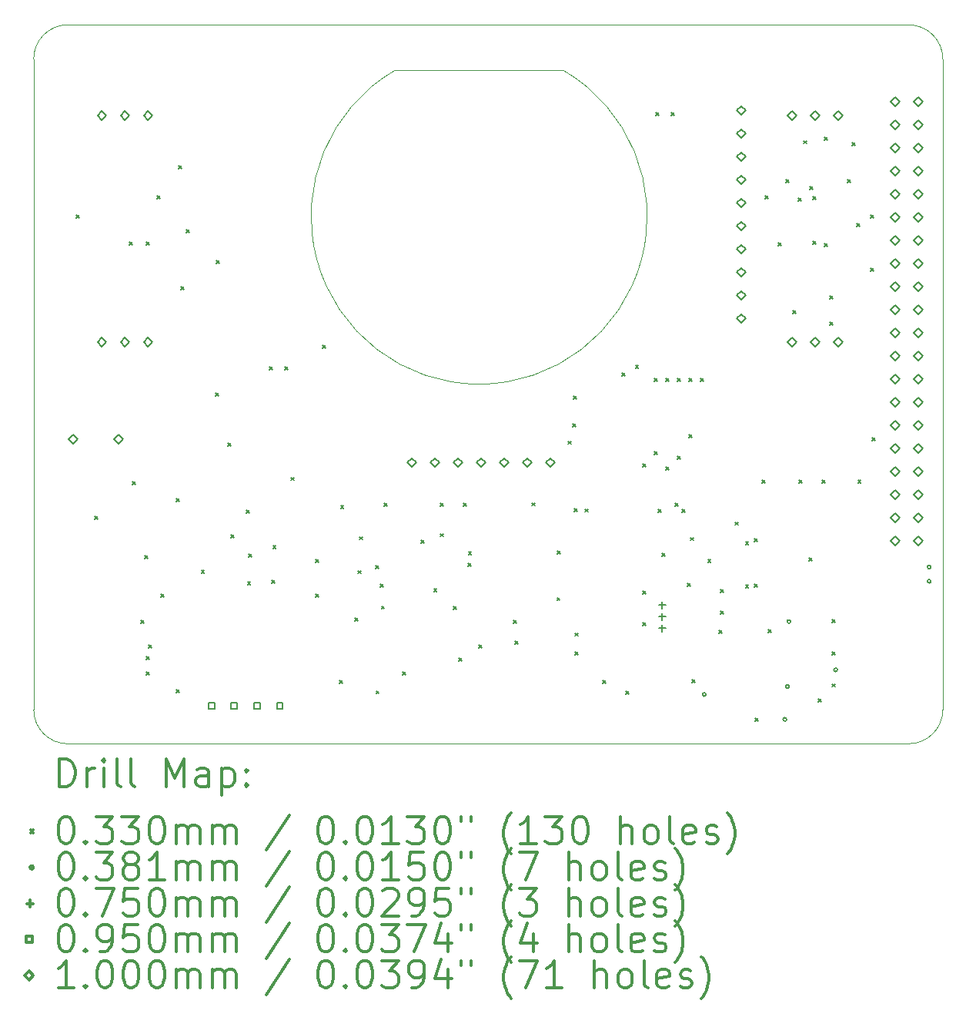
<source format=gbr>
%FSLAX45Y45*%
G04 Gerber Fmt 4.5, Leading zero omitted, Abs format (unit mm)*
G04 Created by KiCad (PCBNEW 5.99.0+really5.1.12+dfsg1-1) date 2022-01-12 10:46:13*
%MOMM*%
%LPD*%
G01*
G04 APERTURE LIST*
%TA.AperFunction,Profile*%
%ADD10C,0.050000*%
%TD*%
%ADD11C,0.200000*%
%ADD12C,0.300000*%
G04 APERTURE END LIST*
D10*
X13974064Y-5500000D02*
X15825396Y-5499688D01*
X15825396Y-5499688D02*
G75*
G02*
X13974064Y-5500000I-925397J-1600312D01*
G01*
X10000000Y-5375000D02*
G75*
G02*
X10375000Y-5000000I375000J0D01*
G01*
X19625000Y-5000000D02*
G75*
G02*
X20000000Y-5375000I0J-375000D01*
G01*
X20000000Y-12525000D02*
G75*
G02*
X19625000Y-12900000I-375000J0D01*
G01*
X10375000Y-12900000D02*
G75*
G02*
X10000000Y-12525000I0J375000D01*
G01*
X10375000Y-12900000D02*
X19625000Y-12900000D01*
X20000000Y-5375000D02*
X20000000Y-12525000D01*
X10375000Y-5000000D02*
X19625000Y-5000000D01*
X10000000Y-5375000D02*
X10000000Y-12525000D01*
D11*
X10467490Y-7089290D02*
X10500510Y-7122310D01*
X10500510Y-7089290D02*
X10467490Y-7122310D01*
X10670540Y-10403840D02*
X10703560Y-10436860D01*
X10703560Y-10403840D02*
X10670540Y-10436860D01*
X11051540Y-7387590D02*
X11084560Y-7420610D01*
X11084560Y-7387590D02*
X11051540Y-7420610D01*
X11085322Y-10021062D02*
X11118342Y-10054082D01*
X11118342Y-10021062D02*
X11085322Y-10054082D01*
X11179810Y-11540490D02*
X11212830Y-11573510D01*
X11212830Y-11540490D02*
X11179810Y-11573510D01*
X11222990Y-10835640D02*
X11256010Y-10868660D01*
X11256010Y-10835640D02*
X11222990Y-10868660D01*
X11235690Y-7387590D02*
X11268710Y-7420610D01*
X11268710Y-7387590D02*
X11235690Y-7420610D01*
X11238230Y-11941810D02*
X11271250Y-11974830D01*
X11271250Y-11941810D02*
X11238230Y-11974830D01*
X11238390Y-12111990D02*
X11271410Y-12145010D01*
X11271410Y-12111990D02*
X11238390Y-12145010D01*
X11266170Y-11817350D02*
X11299190Y-11850370D01*
X11299190Y-11817350D02*
X11266170Y-11850370D01*
X11356340Y-6879590D02*
X11389360Y-6912610D01*
X11389360Y-6879590D02*
X11356340Y-6912610D01*
X11401298Y-11257533D02*
X11434318Y-11290553D01*
X11434318Y-11257533D02*
X11401298Y-11290553D01*
X11568430Y-12307570D02*
X11601450Y-12340590D01*
X11601450Y-12307570D02*
X11568430Y-12340590D01*
X11571478Y-10208006D02*
X11604498Y-10241026D01*
X11604498Y-10208006D02*
X11571478Y-10241026D01*
X11591540Y-6549640D02*
X11624560Y-6582660D01*
X11624560Y-6549640D02*
X11591540Y-6582660D01*
X11616690Y-7876540D02*
X11649710Y-7909560D01*
X11649710Y-7876540D02*
X11616690Y-7909560D01*
X11680190Y-7247890D02*
X11713210Y-7280910D01*
X11713210Y-7247890D02*
X11680190Y-7280910D01*
X11844020Y-10990580D02*
X11877040Y-11023600D01*
X11877040Y-10990580D02*
X11844020Y-11023600D01*
X12004040Y-9044940D02*
X12037060Y-9077960D01*
X12037060Y-9044940D02*
X12004040Y-9077960D01*
X12010390Y-7590790D02*
X12043410Y-7623810D01*
X12043410Y-7590790D02*
X12010390Y-7623810D01*
X12137390Y-9597390D02*
X12170410Y-9630410D01*
X12170410Y-9597390D02*
X12137390Y-9630410D01*
X12169140Y-10607040D02*
X12202160Y-10640060D01*
X12202160Y-10607040D02*
X12169140Y-10640060D01*
X12336018Y-10332466D02*
X12369038Y-10365486D01*
X12369038Y-10332466D02*
X12336018Y-10365486D01*
X12352020Y-11122660D02*
X12385040Y-11155680D01*
X12385040Y-11122660D02*
X12352020Y-11155680D01*
X12362180Y-10812780D02*
X12395200Y-10845800D01*
X12395200Y-10812780D02*
X12362180Y-10845800D01*
X12594590Y-8759190D02*
X12627610Y-8792210D01*
X12627610Y-8759190D02*
X12594590Y-8792210D01*
X12621260Y-11102340D02*
X12654280Y-11135360D01*
X12654280Y-11102340D02*
X12621260Y-11135360D01*
X12631420Y-10721340D02*
X12664440Y-10754360D01*
X12664440Y-10721340D02*
X12631420Y-10754360D01*
X12759690Y-8759190D02*
X12792710Y-8792210D01*
X12792710Y-8759190D02*
X12759690Y-8792210D01*
X12826746Y-9972802D02*
X12859766Y-10005822D01*
X12859766Y-9972802D02*
X12826746Y-10005822D01*
X13098780Y-10873740D02*
X13131800Y-10906760D01*
X13131800Y-10873740D02*
X13098780Y-10906760D01*
X13100050Y-11258550D02*
X13133070Y-11291570D01*
X13133070Y-11258550D02*
X13100050Y-11291570D01*
X13178790Y-8524240D02*
X13211810Y-8557260D01*
X13211810Y-8524240D02*
X13178790Y-8557260D01*
X13360400Y-12207240D02*
X13393420Y-12240260D01*
X13393420Y-12207240D02*
X13360400Y-12240260D01*
X13376402Y-10278618D02*
X13409422Y-10311638D01*
X13409422Y-10278618D02*
X13376402Y-10311638D01*
X13531850Y-11515090D02*
X13564870Y-11548110D01*
X13564870Y-11515090D02*
X13531850Y-11548110D01*
X13563400Y-10996931D02*
X13596420Y-11029951D01*
X13596420Y-10996931D02*
X13563400Y-11029951D01*
X13586460Y-10624820D02*
X13619480Y-10657840D01*
X13619480Y-10624820D02*
X13586460Y-10657840D01*
X13764260Y-10939780D02*
X13797280Y-10972800D01*
X13797280Y-10939780D02*
X13764260Y-10972800D01*
X13765530Y-12317730D02*
X13798550Y-12350750D01*
X13798550Y-12317730D02*
X13765530Y-12350750D01*
X13811250Y-11146790D02*
X13844270Y-11179810D01*
X13844270Y-11146790D02*
X13811250Y-11179810D01*
X13825220Y-11386820D02*
X13858240Y-11419840D01*
X13858240Y-11386820D02*
X13825220Y-11419840D01*
X13854430Y-10255250D02*
X13887450Y-10288270D01*
X13887450Y-10255250D02*
X13854430Y-10288270D01*
X14055090Y-12111990D02*
X14088110Y-12145010D01*
X14088110Y-12111990D02*
X14055090Y-12145010D01*
X14262862Y-10666222D02*
X14295882Y-10699242D01*
X14295882Y-10666222D02*
X14262862Y-10699242D01*
X14400530Y-11197590D02*
X14433550Y-11230610D01*
X14433550Y-11197590D02*
X14400530Y-11230610D01*
X14471904Y-10253980D02*
X14504924Y-10287000D01*
X14504924Y-10253980D02*
X14471904Y-10287000D01*
X14472666Y-10590530D02*
X14505686Y-10623550D01*
X14505686Y-10590530D02*
X14472666Y-10623550D01*
X14616430Y-11393170D02*
X14649450Y-11426190D01*
X14649450Y-11393170D02*
X14616430Y-11426190D01*
X14677390Y-11959590D02*
X14710410Y-11992610D01*
X14710410Y-11959590D02*
X14677390Y-11992610D01*
X14728190Y-10252710D02*
X14761210Y-10285730D01*
X14761210Y-10252710D02*
X14728190Y-10285730D01*
X14773910Y-10915650D02*
X14806930Y-10948670D01*
X14806930Y-10915650D02*
X14773910Y-10948670D01*
X14781530Y-10786110D02*
X14814550Y-10819130D01*
X14814550Y-10786110D02*
X14781530Y-10819130D01*
X14893290Y-11817350D02*
X14926310Y-11850370D01*
X14926310Y-11817350D02*
X14893290Y-11850370D01*
X15276830Y-11543030D02*
X15309850Y-11576050D01*
X15309850Y-11543030D02*
X15276830Y-11576050D01*
X15297150Y-11774170D02*
X15330170Y-11807190D01*
X15330170Y-11774170D02*
X15297150Y-11807190D01*
X15482570Y-10252202D02*
X15515590Y-10285222D01*
X15515590Y-10252202D02*
X15482570Y-10285222D01*
X15755366Y-11293602D02*
X15788386Y-11326622D01*
X15788386Y-11293602D02*
X15755366Y-11326622D01*
X15759430Y-10783570D02*
X15792450Y-10816590D01*
X15792450Y-10783570D02*
X15759430Y-10816590D01*
X15876778Y-9575038D02*
X15909798Y-9608058D01*
X15909798Y-9575038D02*
X15876778Y-9608058D01*
X15928340Y-9381490D02*
X15961360Y-9414510D01*
X15961360Y-9381490D02*
X15928340Y-9414510D01*
X15934690Y-9076690D02*
X15967710Y-9109710D01*
X15967710Y-9076690D02*
X15934690Y-9109710D01*
X15945612Y-10314432D02*
X15978632Y-10347452D01*
X15978632Y-10314432D02*
X15945612Y-10347452D01*
X15953486Y-11682730D02*
X15986506Y-11715750D01*
X15986506Y-11682730D02*
X15953486Y-11715750D01*
X15956026Y-11889486D02*
X15989046Y-11922506D01*
X15989046Y-11889486D02*
X15956026Y-11922506D01*
X16063722Y-10319766D02*
X16096742Y-10352786D01*
X16096742Y-10319766D02*
X16063722Y-10352786D01*
X16255492Y-12207240D02*
X16288512Y-12240260D01*
X16288512Y-12207240D02*
X16255492Y-12240260D01*
X16473170Y-8822690D02*
X16506190Y-8855710D01*
X16506190Y-8822690D02*
X16473170Y-8855710D01*
X16511270Y-12325350D02*
X16544290Y-12358370D01*
X16544290Y-12325350D02*
X16511270Y-12358370D01*
X16619220Y-8740140D02*
X16652240Y-8773160D01*
X16652240Y-8740140D02*
X16619220Y-8773160D01*
X16696690Y-9825990D02*
X16729710Y-9859010D01*
X16729710Y-9825990D02*
X16696690Y-9859010D01*
X16700754Y-11220450D02*
X16733774Y-11253470D01*
X16733774Y-11220450D02*
X16700754Y-11253470D01*
X16703294Y-11568430D02*
X16736314Y-11601450D01*
X16736314Y-11568430D02*
X16703294Y-11601450D01*
X16823690Y-8886190D02*
X16856710Y-8919210D01*
X16856710Y-8886190D02*
X16823690Y-8919210D01*
X16823690Y-9686290D02*
X16856710Y-9719310D01*
X16856710Y-9686290D02*
X16823690Y-9719310D01*
X16842940Y-5961580D02*
X16875960Y-5994600D01*
X16875960Y-5961580D02*
X16842940Y-5994600D01*
X16868140Y-10321290D02*
X16901160Y-10354310D01*
X16901160Y-10321290D02*
X16868140Y-10354310D01*
X16914114Y-10809478D02*
X16947134Y-10842498D01*
X16947134Y-10809478D02*
X16914114Y-10842498D01*
X16950690Y-8886190D02*
X16983710Y-8919210D01*
X16983710Y-8886190D02*
X16950690Y-8919210D01*
X16950690Y-9857740D02*
X16983710Y-9890760D01*
X16983710Y-9857740D02*
X16950690Y-9890760D01*
X17009110Y-5960110D02*
X17042130Y-5993130D01*
X17042130Y-5960110D02*
X17009110Y-5993130D01*
X17053404Y-10256269D02*
X17086424Y-10289289D01*
X17086424Y-10256269D02*
X17053404Y-10289289D01*
X17077690Y-8886190D02*
X17110710Y-8919210D01*
X17110710Y-8886190D02*
X17077690Y-8919210D01*
X17077690Y-9737090D02*
X17110710Y-9770110D01*
X17110710Y-9737090D02*
X17077690Y-9770110D01*
X17133570Y-10321290D02*
X17166590Y-10354310D01*
X17166590Y-10321290D02*
X17133570Y-10354310D01*
X17187926Y-11140694D02*
X17220946Y-11173714D01*
X17220946Y-11140694D02*
X17187926Y-11173714D01*
X17204690Y-8886190D02*
X17237710Y-8919210D01*
X17237710Y-8886190D02*
X17204690Y-8919210D01*
X17204690Y-9502141D02*
X17237710Y-9535161D01*
X17237710Y-9502141D02*
X17204690Y-9535161D01*
X17224502Y-10633202D02*
X17257522Y-10666222D01*
X17257522Y-10633202D02*
X17224502Y-10666222D01*
X17239234Y-12198858D02*
X17272254Y-12231878D01*
X17272254Y-12198858D02*
X17239234Y-12231878D01*
X17331690Y-8886190D02*
X17364710Y-8919210D01*
X17364710Y-8886190D02*
X17331690Y-8919210D01*
X17415002Y-10871962D02*
X17448022Y-10904982D01*
X17448022Y-10871962D02*
X17415002Y-10904982D01*
X17538954Y-11654282D02*
X17571974Y-11687302D01*
X17571974Y-11654282D02*
X17538954Y-11687302D01*
X17551146Y-11205718D02*
X17584166Y-11238738D01*
X17584166Y-11205718D02*
X17551146Y-11238738D01*
X17553686Y-11438890D02*
X17586706Y-11471910D01*
X17586706Y-11438890D02*
X17553686Y-11471910D01*
X17712690Y-10464038D02*
X17745710Y-10497058D01*
X17745710Y-10464038D02*
X17712690Y-10497058D01*
X17829530Y-11154410D02*
X17862550Y-11187430D01*
X17862550Y-11154410D02*
X17829530Y-11187430D01*
X17829530Y-10682986D02*
X17862550Y-10716006D01*
X17862550Y-10682986D02*
X17829530Y-10716006D01*
X17923510Y-10643870D02*
X17956530Y-10676890D01*
X17956530Y-10643870D02*
X17923510Y-10676890D01*
X17926050Y-11141710D02*
X17959070Y-11174730D01*
X17959070Y-11141710D02*
X17926050Y-11174730D01*
X17938750Y-12617450D02*
X17971770Y-12650470D01*
X17971770Y-12617450D02*
X17938750Y-12650470D01*
X18011140Y-10003790D02*
X18044160Y-10036810D01*
X18044160Y-10003790D02*
X18011140Y-10036810D01*
X18047970Y-6879590D02*
X18080990Y-6912610D01*
X18080990Y-6879590D02*
X18047970Y-6912610D01*
X18075910Y-11644630D02*
X18108930Y-11677650D01*
X18108930Y-11644630D02*
X18075910Y-11677650D01*
X18190210Y-7395210D02*
X18223230Y-7428230D01*
X18223230Y-7395210D02*
X18190210Y-7428230D01*
X18276570Y-6696710D02*
X18309590Y-6729730D01*
X18309590Y-6696710D02*
X18276570Y-6729730D01*
X18354040Y-8143240D02*
X18387060Y-8176260D01*
X18387060Y-8143240D02*
X18354040Y-8176260D01*
X18406110Y-6904990D02*
X18439130Y-6938010D01*
X18439130Y-6904990D02*
X18406110Y-6938010D01*
X18414490Y-10000490D02*
X18447510Y-10033510D01*
X18447510Y-10000490D02*
X18414490Y-10033510D01*
X18472150Y-6272530D02*
X18505170Y-6305550D01*
X18505170Y-6272530D02*
X18472150Y-6305550D01*
X18532094Y-10855706D02*
X18565114Y-10888726D01*
X18565114Y-10855706D02*
X18532094Y-10888726D01*
X18538190Y-6772910D02*
X18571210Y-6805930D01*
X18571210Y-6772910D02*
X18538190Y-6805930D01*
X18569245Y-6886635D02*
X18602265Y-6919655D01*
X18602265Y-6886635D02*
X18569245Y-6919655D01*
X18569940Y-7374890D02*
X18602960Y-7407910D01*
X18602960Y-7374890D02*
X18569940Y-7407910D01*
X18629630Y-12406635D02*
X18662650Y-12439655D01*
X18662650Y-12406635D02*
X18629630Y-12439655D01*
X18674840Y-10000490D02*
X18707860Y-10033510D01*
X18707860Y-10000490D02*
X18674840Y-10033510D01*
X18695670Y-7405370D02*
X18728690Y-7438390D01*
X18728690Y-7405370D02*
X18695670Y-7438390D01*
X18698210Y-6231890D02*
X18731230Y-6264910D01*
X18731230Y-6231890D02*
X18698210Y-6264910D01*
X18757900Y-7981950D02*
X18790920Y-8014970D01*
X18790920Y-7981950D02*
X18757900Y-8014970D01*
X18759170Y-8266430D02*
X18792190Y-8299450D01*
X18792190Y-8266430D02*
X18759170Y-8299450D01*
X18782030Y-11888470D02*
X18815050Y-11921490D01*
X18815050Y-11888470D02*
X18782030Y-11921490D01*
X18782030Y-12241530D02*
X18815050Y-12274550D01*
X18815050Y-12241530D02*
X18782030Y-12274550D01*
X18784570Y-11535410D02*
X18817590Y-11568430D01*
X18817590Y-11535410D02*
X18784570Y-11568430D01*
X18954115Y-6698615D02*
X18987135Y-6731635D01*
X18987135Y-6698615D02*
X18954115Y-6731635D01*
X18999759Y-6295390D02*
X19032779Y-6328410D01*
X19032779Y-6295390D02*
X18999759Y-6328410D01*
X19051270Y-7181850D02*
X19084290Y-7214870D01*
X19084290Y-7181850D02*
X19051270Y-7214870D01*
X19065750Y-10000490D02*
X19098770Y-10033510D01*
X19098770Y-10000490D02*
X19065750Y-10033510D01*
X19204940Y-7091680D02*
X19237960Y-7124700D01*
X19237960Y-7091680D02*
X19204940Y-7124700D01*
X19204940Y-7673340D02*
X19237960Y-7706360D01*
X19237960Y-7673340D02*
X19204940Y-7706360D01*
X19223990Y-9540240D02*
X19257010Y-9573260D01*
X19257010Y-9540240D02*
X19223990Y-9573260D01*
X17393650Y-12359116D02*
G75*
G03*
X17393650Y-12359116I-19050J0D01*
G01*
X18281650Y-12631420D02*
G75*
G03*
X18281650Y-12631420I-19050J0D01*
G01*
X18309590Y-12270740D02*
G75*
G03*
X18309590Y-12270740I-19050J0D01*
G01*
X18324830Y-11557000D02*
G75*
G03*
X18324830Y-11557000I-19050J0D01*
G01*
X18840450Y-12087860D02*
G75*
G03*
X18840450Y-12087860I-19050J0D01*
G01*
X19869150Y-10957560D02*
G75*
G03*
X19869150Y-10957560I-19050J0D01*
G01*
X19869150Y-11115040D02*
G75*
G03*
X19869150Y-11115040I-19050J0D01*
G01*
X16914368Y-11339160D02*
X16914368Y-11414160D01*
X16876868Y-11376660D02*
X16951868Y-11376660D01*
X16914368Y-11466160D02*
X16914368Y-11541160D01*
X16876868Y-11503660D02*
X16951868Y-11503660D01*
X16914368Y-11593160D02*
X16914368Y-11668160D01*
X16876868Y-11630660D02*
X16951868Y-11630660D01*
X11990638Y-12517688D02*
X11990638Y-12450512D01*
X11923462Y-12450512D01*
X11923462Y-12517688D01*
X11990638Y-12517688D01*
X12240638Y-12517688D02*
X12240638Y-12450512D01*
X12173462Y-12450512D01*
X12173462Y-12517688D01*
X12240638Y-12517688D01*
X12490638Y-12517688D02*
X12490638Y-12450512D01*
X12423462Y-12450512D01*
X12423462Y-12517688D01*
X12490638Y-12517688D01*
X12740638Y-12517688D02*
X12740638Y-12450512D01*
X12673462Y-12450512D01*
X12673462Y-12517688D01*
X12740638Y-12517688D01*
X10434320Y-9605480D02*
X10484320Y-9555480D01*
X10434320Y-9505480D01*
X10384320Y-9555480D01*
X10434320Y-9605480D01*
X10750550Y-6050000D02*
X10800550Y-6000000D01*
X10750550Y-5950000D01*
X10700550Y-6000000D01*
X10750550Y-6050000D01*
X10750550Y-8533600D02*
X10800550Y-8483600D01*
X10750550Y-8433600D01*
X10700550Y-8483600D01*
X10750550Y-8533600D01*
X10934320Y-9605480D02*
X10984320Y-9555480D01*
X10934320Y-9505480D01*
X10884320Y-9555480D01*
X10934320Y-9605480D01*
X11004550Y-6050000D02*
X11054550Y-6000000D01*
X11004550Y-5950000D01*
X10954550Y-6000000D01*
X11004550Y-6050000D01*
X11004550Y-8533600D02*
X11054550Y-8483600D01*
X11004550Y-8433600D01*
X10954550Y-8483600D01*
X11004550Y-8533600D01*
X11258550Y-6050000D02*
X11308550Y-6000000D01*
X11258550Y-5950000D01*
X11208550Y-6000000D01*
X11258550Y-6050000D01*
X11258550Y-8533600D02*
X11308550Y-8483600D01*
X11258550Y-8433600D01*
X11208550Y-8483600D01*
X11258550Y-8533600D01*
X14156944Y-9860750D02*
X14206944Y-9810750D01*
X14156944Y-9760750D01*
X14106944Y-9810750D01*
X14156944Y-9860750D01*
X14410944Y-9860750D02*
X14460944Y-9810750D01*
X14410944Y-9760750D01*
X14360944Y-9810750D01*
X14410944Y-9860750D01*
X14664944Y-9860750D02*
X14714944Y-9810750D01*
X14664944Y-9760750D01*
X14614944Y-9810750D01*
X14664944Y-9860750D01*
X14918944Y-9860750D02*
X14968944Y-9810750D01*
X14918944Y-9760750D01*
X14868944Y-9810750D01*
X14918944Y-9860750D01*
X15172944Y-9860750D02*
X15222944Y-9810750D01*
X15172944Y-9760750D01*
X15122944Y-9810750D01*
X15172944Y-9860750D01*
X15426944Y-9860750D02*
X15476944Y-9810750D01*
X15426944Y-9760750D01*
X15376944Y-9810750D01*
X15426944Y-9860750D01*
X15680944Y-9860750D02*
X15730944Y-9810750D01*
X15680944Y-9760750D01*
X15630944Y-9810750D01*
X15680944Y-9860750D01*
X17783810Y-5991822D02*
X17833810Y-5941822D01*
X17783810Y-5891822D01*
X17733810Y-5941822D01*
X17783810Y-5991822D01*
X17783810Y-6245822D02*
X17833810Y-6195822D01*
X17783810Y-6145822D01*
X17733810Y-6195822D01*
X17783810Y-6245822D01*
X17783810Y-6499822D02*
X17833810Y-6449822D01*
X17783810Y-6399822D01*
X17733810Y-6449822D01*
X17783810Y-6499822D01*
X17783810Y-6753822D02*
X17833810Y-6703822D01*
X17783810Y-6653822D01*
X17733810Y-6703822D01*
X17783810Y-6753822D01*
X17783810Y-7007822D02*
X17833810Y-6957822D01*
X17783810Y-6907822D01*
X17733810Y-6957822D01*
X17783810Y-7007822D01*
X17783810Y-7261822D02*
X17833810Y-7211822D01*
X17783810Y-7161822D01*
X17733810Y-7211822D01*
X17783810Y-7261822D01*
X17783810Y-7515822D02*
X17833810Y-7465822D01*
X17783810Y-7415822D01*
X17733810Y-7465822D01*
X17783810Y-7515822D01*
X17783810Y-7769822D02*
X17833810Y-7719822D01*
X17783810Y-7669822D01*
X17733810Y-7719822D01*
X17783810Y-7769822D01*
X17783810Y-8023822D02*
X17833810Y-7973822D01*
X17783810Y-7923822D01*
X17733810Y-7973822D01*
X17783810Y-8023822D01*
X17783810Y-8277822D02*
X17833810Y-8227822D01*
X17783810Y-8177822D01*
X17733810Y-8227822D01*
X17783810Y-8277822D01*
X18338800Y-6050000D02*
X18388800Y-6000000D01*
X18338800Y-5950000D01*
X18288800Y-6000000D01*
X18338800Y-6050000D01*
X18338800Y-8533600D02*
X18388800Y-8483600D01*
X18338800Y-8433600D01*
X18288800Y-8483600D01*
X18338800Y-8533600D01*
X18592800Y-6050000D02*
X18642800Y-6000000D01*
X18592800Y-5950000D01*
X18542800Y-6000000D01*
X18592800Y-6050000D01*
X18592800Y-8533600D02*
X18642800Y-8483600D01*
X18592800Y-8433600D01*
X18542800Y-8483600D01*
X18592800Y-8533600D01*
X18846800Y-6050000D02*
X18896800Y-6000000D01*
X18846800Y-5950000D01*
X18796800Y-6000000D01*
X18846800Y-6050000D01*
X18846800Y-8533600D02*
X18896800Y-8483600D01*
X18846800Y-8433600D01*
X18796800Y-8483600D01*
X18846800Y-8533600D01*
X19473000Y-5897000D02*
X19523000Y-5847000D01*
X19473000Y-5797000D01*
X19423000Y-5847000D01*
X19473000Y-5897000D01*
X19473000Y-6151000D02*
X19523000Y-6101000D01*
X19473000Y-6051000D01*
X19423000Y-6101000D01*
X19473000Y-6151000D01*
X19473000Y-6405000D02*
X19523000Y-6355000D01*
X19473000Y-6305000D01*
X19423000Y-6355000D01*
X19473000Y-6405000D01*
X19473000Y-6659000D02*
X19523000Y-6609000D01*
X19473000Y-6559000D01*
X19423000Y-6609000D01*
X19473000Y-6659000D01*
X19473000Y-6913000D02*
X19523000Y-6863000D01*
X19473000Y-6813000D01*
X19423000Y-6863000D01*
X19473000Y-6913000D01*
X19473000Y-7167000D02*
X19523000Y-7117000D01*
X19473000Y-7067000D01*
X19423000Y-7117000D01*
X19473000Y-7167000D01*
X19473000Y-7421000D02*
X19523000Y-7371000D01*
X19473000Y-7321000D01*
X19423000Y-7371000D01*
X19473000Y-7421000D01*
X19473000Y-7675000D02*
X19523000Y-7625000D01*
X19473000Y-7575000D01*
X19423000Y-7625000D01*
X19473000Y-7675000D01*
X19473000Y-7929000D02*
X19523000Y-7879000D01*
X19473000Y-7829000D01*
X19423000Y-7879000D01*
X19473000Y-7929000D01*
X19473000Y-8183000D02*
X19523000Y-8133000D01*
X19473000Y-8083000D01*
X19423000Y-8133000D01*
X19473000Y-8183000D01*
X19473000Y-8437000D02*
X19523000Y-8387000D01*
X19473000Y-8337000D01*
X19423000Y-8387000D01*
X19473000Y-8437000D01*
X19473000Y-8691000D02*
X19523000Y-8641000D01*
X19473000Y-8591000D01*
X19423000Y-8641000D01*
X19473000Y-8691000D01*
X19473000Y-8945000D02*
X19523000Y-8895000D01*
X19473000Y-8845000D01*
X19423000Y-8895000D01*
X19473000Y-8945000D01*
X19473000Y-9199000D02*
X19523000Y-9149000D01*
X19473000Y-9099000D01*
X19423000Y-9149000D01*
X19473000Y-9199000D01*
X19473000Y-9453000D02*
X19523000Y-9403000D01*
X19473000Y-9353000D01*
X19423000Y-9403000D01*
X19473000Y-9453000D01*
X19473000Y-9707000D02*
X19523000Y-9657000D01*
X19473000Y-9607000D01*
X19423000Y-9657000D01*
X19473000Y-9707000D01*
X19473000Y-9961000D02*
X19523000Y-9911000D01*
X19473000Y-9861000D01*
X19423000Y-9911000D01*
X19473000Y-9961000D01*
X19473000Y-10215000D02*
X19523000Y-10165000D01*
X19473000Y-10115000D01*
X19423000Y-10165000D01*
X19473000Y-10215000D01*
X19473000Y-10469000D02*
X19523000Y-10419000D01*
X19473000Y-10369000D01*
X19423000Y-10419000D01*
X19473000Y-10469000D01*
X19473000Y-10723000D02*
X19523000Y-10673000D01*
X19473000Y-10623000D01*
X19423000Y-10673000D01*
X19473000Y-10723000D01*
X19727000Y-5897000D02*
X19777000Y-5847000D01*
X19727000Y-5797000D01*
X19677000Y-5847000D01*
X19727000Y-5897000D01*
X19727000Y-6151000D02*
X19777000Y-6101000D01*
X19727000Y-6051000D01*
X19677000Y-6101000D01*
X19727000Y-6151000D01*
X19727000Y-6405000D02*
X19777000Y-6355000D01*
X19727000Y-6305000D01*
X19677000Y-6355000D01*
X19727000Y-6405000D01*
X19727000Y-6659000D02*
X19777000Y-6609000D01*
X19727000Y-6559000D01*
X19677000Y-6609000D01*
X19727000Y-6659000D01*
X19727000Y-6913000D02*
X19777000Y-6863000D01*
X19727000Y-6813000D01*
X19677000Y-6863000D01*
X19727000Y-6913000D01*
X19727000Y-7167000D02*
X19777000Y-7117000D01*
X19727000Y-7067000D01*
X19677000Y-7117000D01*
X19727000Y-7167000D01*
X19727000Y-7421000D02*
X19777000Y-7371000D01*
X19727000Y-7321000D01*
X19677000Y-7371000D01*
X19727000Y-7421000D01*
X19727000Y-7675000D02*
X19777000Y-7625000D01*
X19727000Y-7575000D01*
X19677000Y-7625000D01*
X19727000Y-7675000D01*
X19727000Y-7929000D02*
X19777000Y-7879000D01*
X19727000Y-7829000D01*
X19677000Y-7879000D01*
X19727000Y-7929000D01*
X19727000Y-8183000D02*
X19777000Y-8133000D01*
X19727000Y-8083000D01*
X19677000Y-8133000D01*
X19727000Y-8183000D01*
X19727000Y-8437000D02*
X19777000Y-8387000D01*
X19727000Y-8337000D01*
X19677000Y-8387000D01*
X19727000Y-8437000D01*
X19727000Y-8691000D02*
X19777000Y-8641000D01*
X19727000Y-8591000D01*
X19677000Y-8641000D01*
X19727000Y-8691000D01*
X19727000Y-8945000D02*
X19777000Y-8895000D01*
X19727000Y-8845000D01*
X19677000Y-8895000D01*
X19727000Y-8945000D01*
X19727000Y-9199000D02*
X19777000Y-9149000D01*
X19727000Y-9099000D01*
X19677000Y-9149000D01*
X19727000Y-9199000D01*
X19727000Y-9453000D02*
X19777000Y-9403000D01*
X19727000Y-9353000D01*
X19677000Y-9403000D01*
X19727000Y-9453000D01*
X19727000Y-9707000D02*
X19777000Y-9657000D01*
X19727000Y-9607000D01*
X19677000Y-9657000D01*
X19727000Y-9707000D01*
X19727000Y-9961000D02*
X19777000Y-9911000D01*
X19727000Y-9861000D01*
X19677000Y-9911000D01*
X19727000Y-9961000D01*
X19727000Y-10215000D02*
X19777000Y-10165000D01*
X19727000Y-10115000D01*
X19677000Y-10165000D01*
X19727000Y-10215000D01*
X19727000Y-10469000D02*
X19777000Y-10419000D01*
X19727000Y-10369000D01*
X19677000Y-10419000D01*
X19727000Y-10469000D01*
X19727000Y-10723000D02*
X19777000Y-10673000D01*
X19727000Y-10623000D01*
X19677000Y-10673000D01*
X19727000Y-10723000D01*
D12*
X10283928Y-13368214D02*
X10283928Y-13068214D01*
X10355357Y-13068214D01*
X10398214Y-13082500D01*
X10426786Y-13111071D01*
X10441071Y-13139643D01*
X10455357Y-13196786D01*
X10455357Y-13239643D01*
X10441071Y-13296786D01*
X10426786Y-13325357D01*
X10398214Y-13353929D01*
X10355357Y-13368214D01*
X10283928Y-13368214D01*
X10583928Y-13368214D02*
X10583928Y-13168214D01*
X10583928Y-13225357D02*
X10598214Y-13196786D01*
X10612500Y-13182500D01*
X10641071Y-13168214D01*
X10669643Y-13168214D01*
X10769643Y-13368214D02*
X10769643Y-13168214D01*
X10769643Y-13068214D02*
X10755357Y-13082500D01*
X10769643Y-13096786D01*
X10783928Y-13082500D01*
X10769643Y-13068214D01*
X10769643Y-13096786D01*
X10955357Y-13368214D02*
X10926786Y-13353929D01*
X10912500Y-13325357D01*
X10912500Y-13068214D01*
X11112500Y-13368214D02*
X11083928Y-13353929D01*
X11069643Y-13325357D01*
X11069643Y-13068214D01*
X11455357Y-13368214D02*
X11455357Y-13068214D01*
X11555357Y-13282500D01*
X11655357Y-13068214D01*
X11655357Y-13368214D01*
X11926786Y-13368214D02*
X11926786Y-13211071D01*
X11912500Y-13182500D01*
X11883928Y-13168214D01*
X11826786Y-13168214D01*
X11798214Y-13182500D01*
X11926786Y-13353929D02*
X11898214Y-13368214D01*
X11826786Y-13368214D01*
X11798214Y-13353929D01*
X11783928Y-13325357D01*
X11783928Y-13296786D01*
X11798214Y-13268214D01*
X11826786Y-13253929D01*
X11898214Y-13253929D01*
X11926786Y-13239643D01*
X12069643Y-13168214D02*
X12069643Y-13468214D01*
X12069643Y-13182500D02*
X12098214Y-13168214D01*
X12155357Y-13168214D01*
X12183928Y-13182500D01*
X12198214Y-13196786D01*
X12212500Y-13225357D01*
X12212500Y-13311071D01*
X12198214Y-13339643D01*
X12183928Y-13353929D01*
X12155357Y-13368214D01*
X12098214Y-13368214D01*
X12069643Y-13353929D01*
X12341071Y-13339643D02*
X12355357Y-13353929D01*
X12341071Y-13368214D01*
X12326786Y-13353929D01*
X12341071Y-13339643D01*
X12341071Y-13368214D01*
X12341071Y-13182500D02*
X12355357Y-13196786D01*
X12341071Y-13211071D01*
X12326786Y-13196786D01*
X12341071Y-13182500D01*
X12341071Y-13211071D01*
X9964480Y-13845990D02*
X9997500Y-13879010D01*
X9997500Y-13845990D02*
X9964480Y-13879010D01*
X10341071Y-13698214D02*
X10369643Y-13698214D01*
X10398214Y-13712500D01*
X10412500Y-13726786D01*
X10426786Y-13755357D01*
X10441071Y-13812500D01*
X10441071Y-13883929D01*
X10426786Y-13941071D01*
X10412500Y-13969643D01*
X10398214Y-13983929D01*
X10369643Y-13998214D01*
X10341071Y-13998214D01*
X10312500Y-13983929D01*
X10298214Y-13969643D01*
X10283928Y-13941071D01*
X10269643Y-13883929D01*
X10269643Y-13812500D01*
X10283928Y-13755357D01*
X10298214Y-13726786D01*
X10312500Y-13712500D01*
X10341071Y-13698214D01*
X10569643Y-13969643D02*
X10583928Y-13983929D01*
X10569643Y-13998214D01*
X10555357Y-13983929D01*
X10569643Y-13969643D01*
X10569643Y-13998214D01*
X10683928Y-13698214D02*
X10869643Y-13698214D01*
X10769643Y-13812500D01*
X10812500Y-13812500D01*
X10841071Y-13826786D01*
X10855357Y-13841071D01*
X10869643Y-13869643D01*
X10869643Y-13941071D01*
X10855357Y-13969643D01*
X10841071Y-13983929D01*
X10812500Y-13998214D01*
X10726786Y-13998214D01*
X10698214Y-13983929D01*
X10683928Y-13969643D01*
X10969643Y-13698214D02*
X11155357Y-13698214D01*
X11055357Y-13812500D01*
X11098214Y-13812500D01*
X11126786Y-13826786D01*
X11141071Y-13841071D01*
X11155357Y-13869643D01*
X11155357Y-13941071D01*
X11141071Y-13969643D01*
X11126786Y-13983929D01*
X11098214Y-13998214D01*
X11012500Y-13998214D01*
X10983928Y-13983929D01*
X10969643Y-13969643D01*
X11341071Y-13698214D02*
X11369643Y-13698214D01*
X11398214Y-13712500D01*
X11412500Y-13726786D01*
X11426786Y-13755357D01*
X11441071Y-13812500D01*
X11441071Y-13883929D01*
X11426786Y-13941071D01*
X11412500Y-13969643D01*
X11398214Y-13983929D01*
X11369643Y-13998214D01*
X11341071Y-13998214D01*
X11312500Y-13983929D01*
X11298214Y-13969643D01*
X11283928Y-13941071D01*
X11269643Y-13883929D01*
X11269643Y-13812500D01*
X11283928Y-13755357D01*
X11298214Y-13726786D01*
X11312500Y-13712500D01*
X11341071Y-13698214D01*
X11569643Y-13998214D02*
X11569643Y-13798214D01*
X11569643Y-13826786D02*
X11583928Y-13812500D01*
X11612500Y-13798214D01*
X11655357Y-13798214D01*
X11683928Y-13812500D01*
X11698214Y-13841071D01*
X11698214Y-13998214D01*
X11698214Y-13841071D02*
X11712500Y-13812500D01*
X11741071Y-13798214D01*
X11783928Y-13798214D01*
X11812500Y-13812500D01*
X11826786Y-13841071D01*
X11826786Y-13998214D01*
X11969643Y-13998214D02*
X11969643Y-13798214D01*
X11969643Y-13826786D02*
X11983928Y-13812500D01*
X12012500Y-13798214D01*
X12055357Y-13798214D01*
X12083928Y-13812500D01*
X12098214Y-13841071D01*
X12098214Y-13998214D01*
X12098214Y-13841071D02*
X12112500Y-13812500D01*
X12141071Y-13798214D01*
X12183928Y-13798214D01*
X12212500Y-13812500D01*
X12226786Y-13841071D01*
X12226786Y-13998214D01*
X12812500Y-13683929D02*
X12555357Y-14069643D01*
X13198214Y-13698214D02*
X13226786Y-13698214D01*
X13255357Y-13712500D01*
X13269643Y-13726786D01*
X13283928Y-13755357D01*
X13298214Y-13812500D01*
X13298214Y-13883929D01*
X13283928Y-13941071D01*
X13269643Y-13969643D01*
X13255357Y-13983929D01*
X13226786Y-13998214D01*
X13198214Y-13998214D01*
X13169643Y-13983929D01*
X13155357Y-13969643D01*
X13141071Y-13941071D01*
X13126786Y-13883929D01*
X13126786Y-13812500D01*
X13141071Y-13755357D01*
X13155357Y-13726786D01*
X13169643Y-13712500D01*
X13198214Y-13698214D01*
X13426786Y-13969643D02*
X13441071Y-13983929D01*
X13426786Y-13998214D01*
X13412500Y-13983929D01*
X13426786Y-13969643D01*
X13426786Y-13998214D01*
X13626786Y-13698214D02*
X13655357Y-13698214D01*
X13683928Y-13712500D01*
X13698214Y-13726786D01*
X13712500Y-13755357D01*
X13726786Y-13812500D01*
X13726786Y-13883929D01*
X13712500Y-13941071D01*
X13698214Y-13969643D01*
X13683928Y-13983929D01*
X13655357Y-13998214D01*
X13626786Y-13998214D01*
X13598214Y-13983929D01*
X13583928Y-13969643D01*
X13569643Y-13941071D01*
X13555357Y-13883929D01*
X13555357Y-13812500D01*
X13569643Y-13755357D01*
X13583928Y-13726786D01*
X13598214Y-13712500D01*
X13626786Y-13698214D01*
X14012500Y-13998214D02*
X13841071Y-13998214D01*
X13926786Y-13998214D02*
X13926786Y-13698214D01*
X13898214Y-13741071D01*
X13869643Y-13769643D01*
X13841071Y-13783929D01*
X14112500Y-13698214D02*
X14298214Y-13698214D01*
X14198214Y-13812500D01*
X14241071Y-13812500D01*
X14269643Y-13826786D01*
X14283928Y-13841071D01*
X14298214Y-13869643D01*
X14298214Y-13941071D01*
X14283928Y-13969643D01*
X14269643Y-13983929D01*
X14241071Y-13998214D01*
X14155357Y-13998214D01*
X14126786Y-13983929D01*
X14112500Y-13969643D01*
X14483928Y-13698214D02*
X14512500Y-13698214D01*
X14541071Y-13712500D01*
X14555357Y-13726786D01*
X14569643Y-13755357D01*
X14583928Y-13812500D01*
X14583928Y-13883929D01*
X14569643Y-13941071D01*
X14555357Y-13969643D01*
X14541071Y-13983929D01*
X14512500Y-13998214D01*
X14483928Y-13998214D01*
X14455357Y-13983929D01*
X14441071Y-13969643D01*
X14426786Y-13941071D01*
X14412500Y-13883929D01*
X14412500Y-13812500D01*
X14426786Y-13755357D01*
X14441071Y-13726786D01*
X14455357Y-13712500D01*
X14483928Y-13698214D01*
X14698214Y-13698214D02*
X14698214Y-13755357D01*
X14812500Y-13698214D02*
X14812500Y-13755357D01*
X15255357Y-14112500D02*
X15241071Y-14098214D01*
X15212500Y-14055357D01*
X15198214Y-14026786D01*
X15183928Y-13983929D01*
X15169643Y-13912500D01*
X15169643Y-13855357D01*
X15183928Y-13783929D01*
X15198214Y-13741071D01*
X15212500Y-13712500D01*
X15241071Y-13669643D01*
X15255357Y-13655357D01*
X15526786Y-13998214D02*
X15355357Y-13998214D01*
X15441071Y-13998214D02*
X15441071Y-13698214D01*
X15412500Y-13741071D01*
X15383928Y-13769643D01*
X15355357Y-13783929D01*
X15626786Y-13698214D02*
X15812500Y-13698214D01*
X15712500Y-13812500D01*
X15755357Y-13812500D01*
X15783928Y-13826786D01*
X15798214Y-13841071D01*
X15812500Y-13869643D01*
X15812500Y-13941071D01*
X15798214Y-13969643D01*
X15783928Y-13983929D01*
X15755357Y-13998214D01*
X15669643Y-13998214D01*
X15641071Y-13983929D01*
X15626786Y-13969643D01*
X15998214Y-13698214D02*
X16026786Y-13698214D01*
X16055357Y-13712500D01*
X16069643Y-13726786D01*
X16083928Y-13755357D01*
X16098214Y-13812500D01*
X16098214Y-13883929D01*
X16083928Y-13941071D01*
X16069643Y-13969643D01*
X16055357Y-13983929D01*
X16026786Y-13998214D01*
X15998214Y-13998214D01*
X15969643Y-13983929D01*
X15955357Y-13969643D01*
X15941071Y-13941071D01*
X15926786Y-13883929D01*
X15926786Y-13812500D01*
X15941071Y-13755357D01*
X15955357Y-13726786D01*
X15969643Y-13712500D01*
X15998214Y-13698214D01*
X16455357Y-13998214D02*
X16455357Y-13698214D01*
X16583928Y-13998214D02*
X16583928Y-13841071D01*
X16569643Y-13812500D01*
X16541071Y-13798214D01*
X16498214Y-13798214D01*
X16469643Y-13812500D01*
X16455357Y-13826786D01*
X16769643Y-13998214D02*
X16741071Y-13983929D01*
X16726786Y-13969643D01*
X16712500Y-13941071D01*
X16712500Y-13855357D01*
X16726786Y-13826786D01*
X16741071Y-13812500D01*
X16769643Y-13798214D01*
X16812500Y-13798214D01*
X16841071Y-13812500D01*
X16855357Y-13826786D01*
X16869643Y-13855357D01*
X16869643Y-13941071D01*
X16855357Y-13969643D01*
X16841071Y-13983929D01*
X16812500Y-13998214D01*
X16769643Y-13998214D01*
X17041071Y-13998214D02*
X17012500Y-13983929D01*
X16998214Y-13955357D01*
X16998214Y-13698214D01*
X17269643Y-13983929D02*
X17241071Y-13998214D01*
X17183928Y-13998214D01*
X17155357Y-13983929D01*
X17141071Y-13955357D01*
X17141071Y-13841071D01*
X17155357Y-13812500D01*
X17183928Y-13798214D01*
X17241071Y-13798214D01*
X17269643Y-13812500D01*
X17283928Y-13841071D01*
X17283928Y-13869643D01*
X17141071Y-13898214D01*
X17398214Y-13983929D02*
X17426786Y-13998214D01*
X17483928Y-13998214D01*
X17512500Y-13983929D01*
X17526786Y-13955357D01*
X17526786Y-13941071D01*
X17512500Y-13912500D01*
X17483928Y-13898214D01*
X17441071Y-13898214D01*
X17412500Y-13883929D01*
X17398214Y-13855357D01*
X17398214Y-13841071D01*
X17412500Y-13812500D01*
X17441071Y-13798214D01*
X17483928Y-13798214D01*
X17512500Y-13812500D01*
X17626786Y-14112500D02*
X17641071Y-14098214D01*
X17669643Y-14055357D01*
X17683928Y-14026786D01*
X17698214Y-13983929D01*
X17712500Y-13912500D01*
X17712500Y-13855357D01*
X17698214Y-13783929D01*
X17683928Y-13741071D01*
X17669643Y-13712500D01*
X17641071Y-13669643D01*
X17626786Y-13655357D01*
X9997500Y-14258500D02*
G75*
G03*
X9997500Y-14258500I-19050J0D01*
G01*
X10341071Y-14094214D02*
X10369643Y-14094214D01*
X10398214Y-14108500D01*
X10412500Y-14122786D01*
X10426786Y-14151357D01*
X10441071Y-14208500D01*
X10441071Y-14279929D01*
X10426786Y-14337071D01*
X10412500Y-14365643D01*
X10398214Y-14379929D01*
X10369643Y-14394214D01*
X10341071Y-14394214D01*
X10312500Y-14379929D01*
X10298214Y-14365643D01*
X10283928Y-14337071D01*
X10269643Y-14279929D01*
X10269643Y-14208500D01*
X10283928Y-14151357D01*
X10298214Y-14122786D01*
X10312500Y-14108500D01*
X10341071Y-14094214D01*
X10569643Y-14365643D02*
X10583928Y-14379929D01*
X10569643Y-14394214D01*
X10555357Y-14379929D01*
X10569643Y-14365643D01*
X10569643Y-14394214D01*
X10683928Y-14094214D02*
X10869643Y-14094214D01*
X10769643Y-14208500D01*
X10812500Y-14208500D01*
X10841071Y-14222786D01*
X10855357Y-14237071D01*
X10869643Y-14265643D01*
X10869643Y-14337071D01*
X10855357Y-14365643D01*
X10841071Y-14379929D01*
X10812500Y-14394214D01*
X10726786Y-14394214D01*
X10698214Y-14379929D01*
X10683928Y-14365643D01*
X11041071Y-14222786D02*
X11012500Y-14208500D01*
X10998214Y-14194214D01*
X10983928Y-14165643D01*
X10983928Y-14151357D01*
X10998214Y-14122786D01*
X11012500Y-14108500D01*
X11041071Y-14094214D01*
X11098214Y-14094214D01*
X11126786Y-14108500D01*
X11141071Y-14122786D01*
X11155357Y-14151357D01*
X11155357Y-14165643D01*
X11141071Y-14194214D01*
X11126786Y-14208500D01*
X11098214Y-14222786D01*
X11041071Y-14222786D01*
X11012500Y-14237071D01*
X10998214Y-14251357D01*
X10983928Y-14279929D01*
X10983928Y-14337071D01*
X10998214Y-14365643D01*
X11012500Y-14379929D01*
X11041071Y-14394214D01*
X11098214Y-14394214D01*
X11126786Y-14379929D01*
X11141071Y-14365643D01*
X11155357Y-14337071D01*
X11155357Y-14279929D01*
X11141071Y-14251357D01*
X11126786Y-14237071D01*
X11098214Y-14222786D01*
X11441071Y-14394214D02*
X11269643Y-14394214D01*
X11355357Y-14394214D02*
X11355357Y-14094214D01*
X11326786Y-14137071D01*
X11298214Y-14165643D01*
X11269643Y-14179929D01*
X11569643Y-14394214D02*
X11569643Y-14194214D01*
X11569643Y-14222786D02*
X11583928Y-14208500D01*
X11612500Y-14194214D01*
X11655357Y-14194214D01*
X11683928Y-14208500D01*
X11698214Y-14237071D01*
X11698214Y-14394214D01*
X11698214Y-14237071D02*
X11712500Y-14208500D01*
X11741071Y-14194214D01*
X11783928Y-14194214D01*
X11812500Y-14208500D01*
X11826786Y-14237071D01*
X11826786Y-14394214D01*
X11969643Y-14394214D02*
X11969643Y-14194214D01*
X11969643Y-14222786D02*
X11983928Y-14208500D01*
X12012500Y-14194214D01*
X12055357Y-14194214D01*
X12083928Y-14208500D01*
X12098214Y-14237071D01*
X12098214Y-14394214D01*
X12098214Y-14237071D02*
X12112500Y-14208500D01*
X12141071Y-14194214D01*
X12183928Y-14194214D01*
X12212500Y-14208500D01*
X12226786Y-14237071D01*
X12226786Y-14394214D01*
X12812500Y-14079929D02*
X12555357Y-14465643D01*
X13198214Y-14094214D02*
X13226786Y-14094214D01*
X13255357Y-14108500D01*
X13269643Y-14122786D01*
X13283928Y-14151357D01*
X13298214Y-14208500D01*
X13298214Y-14279929D01*
X13283928Y-14337071D01*
X13269643Y-14365643D01*
X13255357Y-14379929D01*
X13226786Y-14394214D01*
X13198214Y-14394214D01*
X13169643Y-14379929D01*
X13155357Y-14365643D01*
X13141071Y-14337071D01*
X13126786Y-14279929D01*
X13126786Y-14208500D01*
X13141071Y-14151357D01*
X13155357Y-14122786D01*
X13169643Y-14108500D01*
X13198214Y-14094214D01*
X13426786Y-14365643D02*
X13441071Y-14379929D01*
X13426786Y-14394214D01*
X13412500Y-14379929D01*
X13426786Y-14365643D01*
X13426786Y-14394214D01*
X13626786Y-14094214D02*
X13655357Y-14094214D01*
X13683928Y-14108500D01*
X13698214Y-14122786D01*
X13712500Y-14151357D01*
X13726786Y-14208500D01*
X13726786Y-14279929D01*
X13712500Y-14337071D01*
X13698214Y-14365643D01*
X13683928Y-14379929D01*
X13655357Y-14394214D01*
X13626786Y-14394214D01*
X13598214Y-14379929D01*
X13583928Y-14365643D01*
X13569643Y-14337071D01*
X13555357Y-14279929D01*
X13555357Y-14208500D01*
X13569643Y-14151357D01*
X13583928Y-14122786D01*
X13598214Y-14108500D01*
X13626786Y-14094214D01*
X14012500Y-14394214D02*
X13841071Y-14394214D01*
X13926786Y-14394214D02*
X13926786Y-14094214D01*
X13898214Y-14137071D01*
X13869643Y-14165643D01*
X13841071Y-14179929D01*
X14283928Y-14094214D02*
X14141071Y-14094214D01*
X14126786Y-14237071D01*
X14141071Y-14222786D01*
X14169643Y-14208500D01*
X14241071Y-14208500D01*
X14269643Y-14222786D01*
X14283928Y-14237071D01*
X14298214Y-14265643D01*
X14298214Y-14337071D01*
X14283928Y-14365643D01*
X14269643Y-14379929D01*
X14241071Y-14394214D01*
X14169643Y-14394214D01*
X14141071Y-14379929D01*
X14126786Y-14365643D01*
X14483928Y-14094214D02*
X14512500Y-14094214D01*
X14541071Y-14108500D01*
X14555357Y-14122786D01*
X14569643Y-14151357D01*
X14583928Y-14208500D01*
X14583928Y-14279929D01*
X14569643Y-14337071D01*
X14555357Y-14365643D01*
X14541071Y-14379929D01*
X14512500Y-14394214D01*
X14483928Y-14394214D01*
X14455357Y-14379929D01*
X14441071Y-14365643D01*
X14426786Y-14337071D01*
X14412500Y-14279929D01*
X14412500Y-14208500D01*
X14426786Y-14151357D01*
X14441071Y-14122786D01*
X14455357Y-14108500D01*
X14483928Y-14094214D01*
X14698214Y-14094214D02*
X14698214Y-14151357D01*
X14812500Y-14094214D02*
X14812500Y-14151357D01*
X15255357Y-14508500D02*
X15241071Y-14494214D01*
X15212500Y-14451357D01*
X15198214Y-14422786D01*
X15183928Y-14379929D01*
X15169643Y-14308500D01*
X15169643Y-14251357D01*
X15183928Y-14179929D01*
X15198214Y-14137071D01*
X15212500Y-14108500D01*
X15241071Y-14065643D01*
X15255357Y-14051357D01*
X15341071Y-14094214D02*
X15541071Y-14094214D01*
X15412500Y-14394214D01*
X15883928Y-14394214D02*
X15883928Y-14094214D01*
X16012500Y-14394214D02*
X16012500Y-14237071D01*
X15998214Y-14208500D01*
X15969643Y-14194214D01*
X15926786Y-14194214D01*
X15898214Y-14208500D01*
X15883928Y-14222786D01*
X16198214Y-14394214D02*
X16169643Y-14379929D01*
X16155357Y-14365643D01*
X16141071Y-14337071D01*
X16141071Y-14251357D01*
X16155357Y-14222786D01*
X16169643Y-14208500D01*
X16198214Y-14194214D01*
X16241071Y-14194214D01*
X16269643Y-14208500D01*
X16283928Y-14222786D01*
X16298214Y-14251357D01*
X16298214Y-14337071D01*
X16283928Y-14365643D01*
X16269643Y-14379929D01*
X16241071Y-14394214D01*
X16198214Y-14394214D01*
X16469643Y-14394214D02*
X16441071Y-14379929D01*
X16426786Y-14351357D01*
X16426786Y-14094214D01*
X16698214Y-14379929D02*
X16669643Y-14394214D01*
X16612500Y-14394214D01*
X16583928Y-14379929D01*
X16569643Y-14351357D01*
X16569643Y-14237071D01*
X16583928Y-14208500D01*
X16612500Y-14194214D01*
X16669643Y-14194214D01*
X16698214Y-14208500D01*
X16712500Y-14237071D01*
X16712500Y-14265643D01*
X16569643Y-14294214D01*
X16826786Y-14379929D02*
X16855357Y-14394214D01*
X16912500Y-14394214D01*
X16941071Y-14379929D01*
X16955357Y-14351357D01*
X16955357Y-14337071D01*
X16941071Y-14308500D01*
X16912500Y-14294214D01*
X16869643Y-14294214D01*
X16841071Y-14279929D01*
X16826786Y-14251357D01*
X16826786Y-14237071D01*
X16841071Y-14208500D01*
X16869643Y-14194214D01*
X16912500Y-14194214D01*
X16941071Y-14208500D01*
X17055357Y-14508500D02*
X17069643Y-14494214D01*
X17098214Y-14451357D01*
X17112500Y-14422786D01*
X17126786Y-14379929D01*
X17141071Y-14308500D01*
X17141071Y-14251357D01*
X17126786Y-14179929D01*
X17112500Y-14137071D01*
X17098214Y-14108500D01*
X17069643Y-14065643D01*
X17055357Y-14051357D01*
X9960000Y-14617000D02*
X9960000Y-14692000D01*
X9922500Y-14654500D02*
X9997500Y-14654500D01*
X10341071Y-14490214D02*
X10369643Y-14490214D01*
X10398214Y-14504500D01*
X10412500Y-14518786D01*
X10426786Y-14547357D01*
X10441071Y-14604500D01*
X10441071Y-14675929D01*
X10426786Y-14733071D01*
X10412500Y-14761643D01*
X10398214Y-14775929D01*
X10369643Y-14790214D01*
X10341071Y-14790214D01*
X10312500Y-14775929D01*
X10298214Y-14761643D01*
X10283928Y-14733071D01*
X10269643Y-14675929D01*
X10269643Y-14604500D01*
X10283928Y-14547357D01*
X10298214Y-14518786D01*
X10312500Y-14504500D01*
X10341071Y-14490214D01*
X10569643Y-14761643D02*
X10583928Y-14775929D01*
X10569643Y-14790214D01*
X10555357Y-14775929D01*
X10569643Y-14761643D01*
X10569643Y-14790214D01*
X10683928Y-14490214D02*
X10883928Y-14490214D01*
X10755357Y-14790214D01*
X11141071Y-14490214D02*
X10998214Y-14490214D01*
X10983928Y-14633071D01*
X10998214Y-14618786D01*
X11026786Y-14604500D01*
X11098214Y-14604500D01*
X11126786Y-14618786D01*
X11141071Y-14633071D01*
X11155357Y-14661643D01*
X11155357Y-14733071D01*
X11141071Y-14761643D01*
X11126786Y-14775929D01*
X11098214Y-14790214D01*
X11026786Y-14790214D01*
X10998214Y-14775929D01*
X10983928Y-14761643D01*
X11341071Y-14490214D02*
X11369643Y-14490214D01*
X11398214Y-14504500D01*
X11412500Y-14518786D01*
X11426786Y-14547357D01*
X11441071Y-14604500D01*
X11441071Y-14675929D01*
X11426786Y-14733071D01*
X11412500Y-14761643D01*
X11398214Y-14775929D01*
X11369643Y-14790214D01*
X11341071Y-14790214D01*
X11312500Y-14775929D01*
X11298214Y-14761643D01*
X11283928Y-14733071D01*
X11269643Y-14675929D01*
X11269643Y-14604500D01*
X11283928Y-14547357D01*
X11298214Y-14518786D01*
X11312500Y-14504500D01*
X11341071Y-14490214D01*
X11569643Y-14790214D02*
X11569643Y-14590214D01*
X11569643Y-14618786D02*
X11583928Y-14604500D01*
X11612500Y-14590214D01*
X11655357Y-14590214D01*
X11683928Y-14604500D01*
X11698214Y-14633071D01*
X11698214Y-14790214D01*
X11698214Y-14633071D02*
X11712500Y-14604500D01*
X11741071Y-14590214D01*
X11783928Y-14590214D01*
X11812500Y-14604500D01*
X11826786Y-14633071D01*
X11826786Y-14790214D01*
X11969643Y-14790214D02*
X11969643Y-14590214D01*
X11969643Y-14618786D02*
X11983928Y-14604500D01*
X12012500Y-14590214D01*
X12055357Y-14590214D01*
X12083928Y-14604500D01*
X12098214Y-14633071D01*
X12098214Y-14790214D01*
X12098214Y-14633071D02*
X12112500Y-14604500D01*
X12141071Y-14590214D01*
X12183928Y-14590214D01*
X12212500Y-14604500D01*
X12226786Y-14633071D01*
X12226786Y-14790214D01*
X12812500Y-14475929D02*
X12555357Y-14861643D01*
X13198214Y-14490214D02*
X13226786Y-14490214D01*
X13255357Y-14504500D01*
X13269643Y-14518786D01*
X13283928Y-14547357D01*
X13298214Y-14604500D01*
X13298214Y-14675929D01*
X13283928Y-14733071D01*
X13269643Y-14761643D01*
X13255357Y-14775929D01*
X13226786Y-14790214D01*
X13198214Y-14790214D01*
X13169643Y-14775929D01*
X13155357Y-14761643D01*
X13141071Y-14733071D01*
X13126786Y-14675929D01*
X13126786Y-14604500D01*
X13141071Y-14547357D01*
X13155357Y-14518786D01*
X13169643Y-14504500D01*
X13198214Y-14490214D01*
X13426786Y-14761643D02*
X13441071Y-14775929D01*
X13426786Y-14790214D01*
X13412500Y-14775929D01*
X13426786Y-14761643D01*
X13426786Y-14790214D01*
X13626786Y-14490214D02*
X13655357Y-14490214D01*
X13683928Y-14504500D01*
X13698214Y-14518786D01*
X13712500Y-14547357D01*
X13726786Y-14604500D01*
X13726786Y-14675929D01*
X13712500Y-14733071D01*
X13698214Y-14761643D01*
X13683928Y-14775929D01*
X13655357Y-14790214D01*
X13626786Y-14790214D01*
X13598214Y-14775929D01*
X13583928Y-14761643D01*
X13569643Y-14733071D01*
X13555357Y-14675929D01*
X13555357Y-14604500D01*
X13569643Y-14547357D01*
X13583928Y-14518786D01*
X13598214Y-14504500D01*
X13626786Y-14490214D01*
X13841071Y-14518786D02*
X13855357Y-14504500D01*
X13883928Y-14490214D01*
X13955357Y-14490214D01*
X13983928Y-14504500D01*
X13998214Y-14518786D01*
X14012500Y-14547357D01*
X14012500Y-14575929D01*
X13998214Y-14618786D01*
X13826786Y-14790214D01*
X14012500Y-14790214D01*
X14155357Y-14790214D02*
X14212500Y-14790214D01*
X14241071Y-14775929D01*
X14255357Y-14761643D01*
X14283928Y-14718786D01*
X14298214Y-14661643D01*
X14298214Y-14547357D01*
X14283928Y-14518786D01*
X14269643Y-14504500D01*
X14241071Y-14490214D01*
X14183928Y-14490214D01*
X14155357Y-14504500D01*
X14141071Y-14518786D01*
X14126786Y-14547357D01*
X14126786Y-14618786D01*
X14141071Y-14647357D01*
X14155357Y-14661643D01*
X14183928Y-14675929D01*
X14241071Y-14675929D01*
X14269643Y-14661643D01*
X14283928Y-14647357D01*
X14298214Y-14618786D01*
X14569643Y-14490214D02*
X14426786Y-14490214D01*
X14412500Y-14633071D01*
X14426786Y-14618786D01*
X14455357Y-14604500D01*
X14526786Y-14604500D01*
X14555357Y-14618786D01*
X14569643Y-14633071D01*
X14583928Y-14661643D01*
X14583928Y-14733071D01*
X14569643Y-14761643D01*
X14555357Y-14775929D01*
X14526786Y-14790214D01*
X14455357Y-14790214D01*
X14426786Y-14775929D01*
X14412500Y-14761643D01*
X14698214Y-14490214D02*
X14698214Y-14547357D01*
X14812500Y-14490214D02*
X14812500Y-14547357D01*
X15255357Y-14904500D02*
X15241071Y-14890214D01*
X15212500Y-14847357D01*
X15198214Y-14818786D01*
X15183928Y-14775929D01*
X15169643Y-14704500D01*
X15169643Y-14647357D01*
X15183928Y-14575929D01*
X15198214Y-14533071D01*
X15212500Y-14504500D01*
X15241071Y-14461643D01*
X15255357Y-14447357D01*
X15341071Y-14490214D02*
X15526786Y-14490214D01*
X15426786Y-14604500D01*
X15469643Y-14604500D01*
X15498214Y-14618786D01*
X15512500Y-14633071D01*
X15526786Y-14661643D01*
X15526786Y-14733071D01*
X15512500Y-14761643D01*
X15498214Y-14775929D01*
X15469643Y-14790214D01*
X15383928Y-14790214D01*
X15355357Y-14775929D01*
X15341071Y-14761643D01*
X15883928Y-14790214D02*
X15883928Y-14490214D01*
X16012500Y-14790214D02*
X16012500Y-14633071D01*
X15998214Y-14604500D01*
X15969643Y-14590214D01*
X15926786Y-14590214D01*
X15898214Y-14604500D01*
X15883928Y-14618786D01*
X16198214Y-14790214D02*
X16169643Y-14775929D01*
X16155357Y-14761643D01*
X16141071Y-14733071D01*
X16141071Y-14647357D01*
X16155357Y-14618786D01*
X16169643Y-14604500D01*
X16198214Y-14590214D01*
X16241071Y-14590214D01*
X16269643Y-14604500D01*
X16283928Y-14618786D01*
X16298214Y-14647357D01*
X16298214Y-14733071D01*
X16283928Y-14761643D01*
X16269643Y-14775929D01*
X16241071Y-14790214D01*
X16198214Y-14790214D01*
X16469643Y-14790214D02*
X16441071Y-14775929D01*
X16426786Y-14747357D01*
X16426786Y-14490214D01*
X16698214Y-14775929D02*
X16669643Y-14790214D01*
X16612500Y-14790214D01*
X16583928Y-14775929D01*
X16569643Y-14747357D01*
X16569643Y-14633071D01*
X16583928Y-14604500D01*
X16612500Y-14590214D01*
X16669643Y-14590214D01*
X16698214Y-14604500D01*
X16712500Y-14633071D01*
X16712500Y-14661643D01*
X16569643Y-14690214D01*
X16826786Y-14775929D02*
X16855357Y-14790214D01*
X16912500Y-14790214D01*
X16941071Y-14775929D01*
X16955357Y-14747357D01*
X16955357Y-14733071D01*
X16941071Y-14704500D01*
X16912500Y-14690214D01*
X16869643Y-14690214D01*
X16841071Y-14675929D01*
X16826786Y-14647357D01*
X16826786Y-14633071D01*
X16841071Y-14604500D01*
X16869643Y-14590214D01*
X16912500Y-14590214D01*
X16941071Y-14604500D01*
X17055357Y-14904500D02*
X17069643Y-14890214D01*
X17098214Y-14847357D01*
X17112500Y-14818786D01*
X17126786Y-14775929D01*
X17141071Y-14704500D01*
X17141071Y-14647357D01*
X17126786Y-14575929D01*
X17112500Y-14533071D01*
X17098214Y-14504500D01*
X17069643Y-14461643D01*
X17055357Y-14447357D01*
X9983588Y-15084088D02*
X9983588Y-15016912D01*
X9916412Y-15016912D01*
X9916412Y-15084088D01*
X9983588Y-15084088D01*
X10341071Y-14886214D02*
X10369643Y-14886214D01*
X10398214Y-14900500D01*
X10412500Y-14914786D01*
X10426786Y-14943357D01*
X10441071Y-15000500D01*
X10441071Y-15071929D01*
X10426786Y-15129071D01*
X10412500Y-15157643D01*
X10398214Y-15171929D01*
X10369643Y-15186214D01*
X10341071Y-15186214D01*
X10312500Y-15171929D01*
X10298214Y-15157643D01*
X10283928Y-15129071D01*
X10269643Y-15071929D01*
X10269643Y-15000500D01*
X10283928Y-14943357D01*
X10298214Y-14914786D01*
X10312500Y-14900500D01*
X10341071Y-14886214D01*
X10569643Y-15157643D02*
X10583928Y-15171929D01*
X10569643Y-15186214D01*
X10555357Y-15171929D01*
X10569643Y-15157643D01*
X10569643Y-15186214D01*
X10726786Y-15186214D02*
X10783928Y-15186214D01*
X10812500Y-15171929D01*
X10826786Y-15157643D01*
X10855357Y-15114786D01*
X10869643Y-15057643D01*
X10869643Y-14943357D01*
X10855357Y-14914786D01*
X10841071Y-14900500D01*
X10812500Y-14886214D01*
X10755357Y-14886214D01*
X10726786Y-14900500D01*
X10712500Y-14914786D01*
X10698214Y-14943357D01*
X10698214Y-15014786D01*
X10712500Y-15043357D01*
X10726786Y-15057643D01*
X10755357Y-15071929D01*
X10812500Y-15071929D01*
X10841071Y-15057643D01*
X10855357Y-15043357D01*
X10869643Y-15014786D01*
X11141071Y-14886214D02*
X10998214Y-14886214D01*
X10983928Y-15029071D01*
X10998214Y-15014786D01*
X11026786Y-15000500D01*
X11098214Y-15000500D01*
X11126786Y-15014786D01*
X11141071Y-15029071D01*
X11155357Y-15057643D01*
X11155357Y-15129071D01*
X11141071Y-15157643D01*
X11126786Y-15171929D01*
X11098214Y-15186214D01*
X11026786Y-15186214D01*
X10998214Y-15171929D01*
X10983928Y-15157643D01*
X11341071Y-14886214D02*
X11369643Y-14886214D01*
X11398214Y-14900500D01*
X11412500Y-14914786D01*
X11426786Y-14943357D01*
X11441071Y-15000500D01*
X11441071Y-15071929D01*
X11426786Y-15129071D01*
X11412500Y-15157643D01*
X11398214Y-15171929D01*
X11369643Y-15186214D01*
X11341071Y-15186214D01*
X11312500Y-15171929D01*
X11298214Y-15157643D01*
X11283928Y-15129071D01*
X11269643Y-15071929D01*
X11269643Y-15000500D01*
X11283928Y-14943357D01*
X11298214Y-14914786D01*
X11312500Y-14900500D01*
X11341071Y-14886214D01*
X11569643Y-15186214D02*
X11569643Y-14986214D01*
X11569643Y-15014786D02*
X11583928Y-15000500D01*
X11612500Y-14986214D01*
X11655357Y-14986214D01*
X11683928Y-15000500D01*
X11698214Y-15029071D01*
X11698214Y-15186214D01*
X11698214Y-15029071D02*
X11712500Y-15000500D01*
X11741071Y-14986214D01*
X11783928Y-14986214D01*
X11812500Y-15000500D01*
X11826786Y-15029071D01*
X11826786Y-15186214D01*
X11969643Y-15186214D02*
X11969643Y-14986214D01*
X11969643Y-15014786D02*
X11983928Y-15000500D01*
X12012500Y-14986214D01*
X12055357Y-14986214D01*
X12083928Y-15000500D01*
X12098214Y-15029071D01*
X12098214Y-15186214D01*
X12098214Y-15029071D02*
X12112500Y-15000500D01*
X12141071Y-14986214D01*
X12183928Y-14986214D01*
X12212500Y-15000500D01*
X12226786Y-15029071D01*
X12226786Y-15186214D01*
X12812500Y-14871929D02*
X12555357Y-15257643D01*
X13198214Y-14886214D02*
X13226786Y-14886214D01*
X13255357Y-14900500D01*
X13269643Y-14914786D01*
X13283928Y-14943357D01*
X13298214Y-15000500D01*
X13298214Y-15071929D01*
X13283928Y-15129071D01*
X13269643Y-15157643D01*
X13255357Y-15171929D01*
X13226786Y-15186214D01*
X13198214Y-15186214D01*
X13169643Y-15171929D01*
X13155357Y-15157643D01*
X13141071Y-15129071D01*
X13126786Y-15071929D01*
X13126786Y-15000500D01*
X13141071Y-14943357D01*
X13155357Y-14914786D01*
X13169643Y-14900500D01*
X13198214Y-14886214D01*
X13426786Y-15157643D02*
X13441071Y-15171929D01*
X13426786Y-15186214D01*
X13412500Y-15171929D01*
X13426786Y-15157643D01*
X13426786Y-15186214D01*
X13626786Y-14886214D02*
X13655357Y-14886214D01*
X13683928Y-14900500D01*
X13698214Y-14914786D01*
X13712500Y-14943357D01*
X13726786Y-15000500D01*
X13726786Y-15071929D01*
X13712500Y-15129071D01*
X13698214Y-15157643D01*
X13683928Y-15171929D01*
X13655357Y-15186214D01*
X13626786Y-15186214D01*
X13598214Y-15171929D01*
X13583928Y-15157643D01*
X13569643Y-15129071D01*
X13555357Y-15071929D01*
X13555357Y-15000500D01*
X13569643Y-14943357D01*
X13583928Y-14914786D01*
X13598214Y-14900500D01*
X13626786Y-14886214D01*
X13826786Y-14886214D02*
X14012500Y-14886214D01*
X13912500Y-15000500D01*
X13955357Y-15000500D01*
X13983928Y-15014786D01*
X13998214Y-15029071D01*
X14012500Y-15057643D01*
X14012500Y-15129071D01*
X13998214Y-15157643D01*
X13983928Y-15171929D01*
X13955357Y-15186214D01*
X13869643Y-15186214D01*
X13841071Y-15171929D01*
X13826786Y-15157643D01*
X14112500Y-14886214D02*
X14312500Y-14886214D01*
X14183928Y-15186214D01*
X14555357Y-14986214D02*
X14555357Y-15186214D01*
X14483928Y-14871929D02*
X14412500Y-15086214D01*
X14598214Y-15086214D01*
X14698214Y-14886214D02*
X14698214Y-14943357D01*
X14812500Y-14886214D02*
X14812500Y-14943357D01*
X15255357Y-15300500D02*
X15241071Y-15286214D01*
X15212500Y-15243357D01*
X15198214Y-15214786D01*
X15183928Y-15171929D01*
X15169643Y-15100500D01*
X15169643Y-15043357D01*
X15183928Y-14971929D01*
X15198214Y-14929071D01*
X15212500Y-14900500D01*
X15241071Y-14857643D01*
X15255357Y-14843357D01*
X15498214Y-14986214D02*
X15498214Y-15186214D01*
X15426786Y-14871929D02*
X15355357Y-15086214D01*
X15541071Y-15086214D01*
X15883928Y-15186214D02*
X15883928Y-14886214D01*
X16012500Y-15186214D02*
X16012500Y-15029071D01*
X15998214Y-15000500D01*
X15969643Y-14986214D01*
X15926786Y-14986214D01*
X15898214Y-15000500D01*
X15883928Y-15014786D01*
X16198214Y-15186214D02*
X16169643Y-15171929D01*
X16155357Y-15157643D01*
X16141071Y-15129071D01*
X16141071Y-15043357D01*
X16155357Y-15014786D01*
X16169643Y-15000500D01*
X16198214Y-14986214D01*
X16241071Y-14986214D01*
X16269643Y-15000500D01*
X16283928Y-15014786D01*
X16298214Y-15043357D01*
X16298214Y-15129071D01*
X16283928Y-15157643D01*
X16269643Y-15171929D01*
X16241071Y-15186214D01*
X16198214Y-15186214D01*
X16469643Y-15186214D02*
X16441071Y-15171929D01*
X16426786Y-15143357D01*
X16426786Y-14886214D01*
X16698214Y-15171929D02*
X16669643Y-15186214D01*
X16612500Y-15186214D01*
X16583928Y-15171929D01*
X16569643Y-15143357D01*
X16569643Y-15029071D01*
X16583928Y-15000500D01*
X16612500Y-14986214D01*
X16669643Y-14986214D01*
X16698214Y-15000500D01*
X16712500Y-15029071D01*
X16712500Y-15057643D01*
X16569643Y-15086214D01*
X16826786Y-15171929D02*
X16855357Y-15186214D01*
X16912500Y-15186214D01*
X16941071Y-15171929D01*
X16955357Y-15143357D01*
X16955357Y-15129071D01*
X16941071Y-15100500D01*
X16912500Y-15086214D01*
X16869643Y-15086214D01*
X16841071Y-15071929D01*
X16826786Y-15043357D01*
X16826786Y-15029071D01*
X16841071Y-15000500D01*
X16869643Y-14986214D01*
X16912500Y-14986214D01*
X16941071Y-15000500D01*
X17055357Y-15300500D02*
X17069643Y-15286214D01*
X17098214Y-15243357D01*
X17112500Y-15214786D01*
X17126786Y-15171929D01*
X17141071Y-15100500D01*
X17141071Y-15043357D01*
X17126786Y-14971929D01*
X17112500Y-14929071D01*
X17098214Y-14900500D01*
X17069643Y-14857643D01*
X17055357Y-14843357D01*
X9947500Y-15496500D02*
X9997500Y-15446500D01*
X9947500Y-15396500D01*
X9897500Y-15446500D01*
X9947500Y-15496500D01*
X10441071Y-15582214D02*
X10269643Y-15582214D01*
X10355357Y-15582214D02*
X10355357Y-15282214D01*
X10326786Y-15325071D01*
X10298214Y-15353643D01*
X10269643Y-15367929D01*
X10569643Y-15553643D02*
X10583928Y-15567929D01*
X10569643Y-15582214D01*
X10555357Y-15567929D01*
X10569643Y-15553643D01*
X10569643Y-15582214D01*
X10769643Y-15282214D02*
X10798214Y-15282214D01*
X10826786Y-15296500D01*
X10841071Y-15310786D01*
X10855357Y-15339357D01*
X10869643Y-15396500D01*
X10869643Y-15467929D01*
X10855357Y-15525071D01*
X10841071Y-15553643D01*
X10826786Y-15567929D01*
X10798214Y-15582214D01*
X10769643Y-15582214D01*
X10741071Y-15567929D01*
X10726786Y-15553643D01*
X10712500Y-15525071D01*
X10698214Y-15467929D01*
X10698214Y-15396500D01*
X10712500Y-15339357D01*
X10726786Y-15310786D01*
X10741071Y-15296500D01*
X10769643Y-15282214D01*
X11055357Y-15282214D02*
X11083928Y-15282214D01*
X11112500Y-15296500D01*
X11126786Y-15310786D01*
X11141071Y-15339357D01*
X11155357Y-15396500D01*
X11155357Y-15467929D01*
X11141071Y-15525071D01*
X11126786Y-15553643D01*
X11112500Y-15567929D01*
X11083928Y-15582214D01*
X11055357Y-15582214D01*
X11026786Y-15567929D01*
X11012500Y-15553643D01*
X10998214Y-15525071D01*
X10983928Y-15467929D01*
X10983928Y-15396500D01*
X10998214Y-15339357D01*
X11012500Y-15310786D01*
X11026786Y-15296500D01*
X11055357Y-15282214D01*
X11341071Y-15282214D02*
X11369643Y-15282214D01*
X11398214Y-15296500D01*
X11412500Y-15310786D01*
X11426786Y-15339357D01*
X11441071Y-15396500D01*
X11441071Y-15467929D01*
X11426786Y-15525071D01*
X11412500Y-15553643D01*
X11398214Y-15567929D01*
X11369643Y-15582214D01*
X11341071Y-15582214D01*
X11312500Y-15567929D01*
X11298214Y-15553643D01*
X11283928Y-15525071D01*
X11269643Y-15467929D01*
X11269643Y-15396500D01*
X11283928Y-15339357D01*
X11298214Y-15310786D01*
X11312500Y-15296500D01*
X11341071Y-15282214D01*
X11569643Y-15582214D02*
X11569643Y-15382214D01*
X11569643Y-15410786D02*
X11583928Y-15396500D01*
X11612500Y-15382214D01*
X11655357Y-15382214D01*
X11683928Y-15396500D01*
X11698214Y-15425071D01*
X11698214Y-15582214D01*
X11698214Y-15425071D02*
X11712500Y-15396500D01*
X11741071Y-15382214D01*
X11783928Y-15382214D01*
X11812500Y-15396500D01*
X11826786Y-15425071D01*
X11826786Y-15582214D01*
X11969643Y-15582214D02*
X11969643Y-15382214D01*
X11969643Y-15410786D02*
X11983928Y-15396500D01*
X12012500Y-15382214D01*
X12055357Y-15382214D01*
X12083928Y-15396500D01*
X12098214Y-15425071D01*
X12098214Y-15582214D01*
X12098214Y-15425071D02*
X12112500Y-15396500D01*
X12141071Y-15382214D01*
X12183928Y-15382214D01*
X12212500Y-15396500D01*
X12226786Y-15425071D01*
X12226786Y-15582214D01*
X12812500Y-15267929D02*
X12555357Y-15653643D01*
X13198214Y-15282214D02*
X13226786Y-15282214D01*
X13255357Y-15296500D01*
X13269643Y-15310786D01*
X13283928Y-15339357D01*
X13298214Y-15396500D01*
X13298214Y-15467929D01*
X13283928Y-15525071D01*
X13269643Y-15553643D01*
X13255357Y-15567929D01*
X13226786Y-15582214D01*
X13198214Y-15582214D01*
X13169643Y-15567929D01*
X13155357Y-15553643D01*
X13141071Y-15525071D01*
X13126786Y-15467929D01*
X13126786Y-15396500D01*
X13141071Y-15339357D01*
X13155357Y-15310786D01*
X13169643Y-15296500D01*
X13198214Y-15282214D01*
X13426786Y-15553643D02*
X13441071Y-15567929D01*
X13426786Y-15582214D01*
X13412500Y-15567929D01*
X13426786Y-15553643D01*
X13426786Y-15582214D01*
X13626786Y-15282214D02*
X13655357Y-15282214D01*
X13683928Y-15296500D01*
X13698214Y-15310786D01*
X13712500Y-15339357D01*
X13726786Y-15396500D01*
X13726786Y-15467929D01*
X13712500Y-15525071D01*
X13698214Y-15553643D01*
X13683928Y-15567929D01*
X13655357Y-15582214D01*
X13626786Y-15582214D01*
X13598214Y-15567929D01*
X13583928Y-15553643D01*
X13569643Y-15525071D01*
X13555357Y-15467929D01*
X13555357Y-15396500D01*
X13569643Y-15339357D01*
X13583928Y-15310786D01*
X13598214Y-15296500D01*
X13626786Y-15282214D01*
X13826786Y-15282214D02*
X14012500Y-15282214D01*
X13912500Y-15396500D01*
X13955357Y-15396500D01*
X13983928Y-15410786D01*
X13998214Y-15425071D01*
X14012500Y-15453643D01*
X14012500Y-15525071D01*
X13998214Y-15553643D01*
X13983928Y-15567929D01*
X13955357Y-15582214D01*
X13869643Y-15582214D01*
X13841071Y-15567929D01*
X13826786Y-15553643D01*
X14155357Y-15582214D02*
X14212500Y-15582214D01*
X14241071Y-15567929D01*
X14255357Y-15553643D01*
X14283928Y-15510786D01*
X14298214Y-15453643D01*
X14298214Y-15339357D01*
X14283928Y-15310786D01*
X14269643Y-15296500D01*
X14241071Y-15282214D01*
X14183928Y-15282214D01*
X14155357Y-15296500D01*
X14141071Y-15310786D01*
X14126786Y-15339357D01*
X14126786Y-15410786D01*
X14141071Y-15439357D01*
X14155357Y-15453643D01*
X14183928Y-15467929D01*
X14241071Y-15467929D01*
X14269643Y-15453643D01*
X14283928Y-15439357D01*
X14298214Y-15410786D01*
X14555357Y-15382214D02*
X14555357Y-15582214D01*
X14483928Y-15267929D02*
X14412500Y-15482214D01*
X14598214Y-15482214D01*
X14698214Y-15282214D02*
X14698214Y-15339357D01*
X14812500Y-15282214D02*
X14812500Y-15339357D01*
X15255357Y-15696500D02*
X15241071Y-15682214D01*
X15212500Y-15639357D01*
X15198214Y-15610786D01*
X15183928Y-15567929D01*
X15169643Y-15496500D01*
X15169643Y-15439357D01*
X15183928Y-15367929D01*
X15198214Y-15325071D01*
X15212500Y-15296500D01*
X15241071Y-15253643D01*
X15255357Y-15239357D01*
X15341071Y-15282214D02*
X15541071Y-15282214D01*
X15412500Y-15582214D01*
X15812500Y-15582214D02*
X15641071Y-15582214D01*
X15726786Y-15582214D02*
X15726786Y-15282214D01*
X15698214Y-15325071D01*
X15669643Y-15353643D01*
X15641071Y-15367929D01*
X16169643Y-15582214D02*
X16169643Y-15282214D01*
X16298214Y-15582214D02*
X16298214Y-15425071D01*
X16283928Y-15396500D01*
X16255357Y-15382214D01*
X16212500Y-15382214D01*
X16183928Y-15396500D01*
X16169643Y-15410786D01*
X16483928Y-15582214D02*
X16455357Y-15567929D01*
X16441071Y-15553643D01*
X16426786Y-15525071D01*
X16426786Y-15439357D01*
X16441071Y-15410786D01*
X16455357Y-15396500D01*
X16483928Y-15382214D01*
X16526786Y-15382214D01*
X16555357Y-15396500D01*
X16569643Y-15410786D01*
X16583928Y-15439357D01*
X16583928Y-15525071D01*
X16569643Y-15553643D01*
X16555357Y-15567929D01*
X16526786Y-15582214D01*
X16483928Y-15582214D01*
X16755357Y-15582214D02*
X16726786Y-15567929D01*
X16712500Y-15539357D01*
X16712500Y-15282214D01*
X16983928Y-15567929D02*
X16955357Y-15582214D01*
X16898214Y-15582214D01*
X16869643Y-15567929D01*
X16855357Y-15539357D01*
X16855357Y-15425071D01*
X16869643Y-15396500D01*
X16898214Y-15382214D01*
X16955357Y-15382214D01*
X16983928Y-15396500D01*
X16998214Y-15425071D01*
X16998214Y-15453643D01*
X16855357Y-15482214D01*
X17112500Y-15567929D02*
X17141071Y-15582214D01*
X17198214Y-15582214D01*
X17226786Y-15567929D01*
X17241071Y-15539357D01*
X17241071Y-15525071D01*
X17226786Y-15496500D01*
X17198214Y-15482214D01*
X17155357Y-15482214D01*
X17126786Y-15467929D01*
X17112500Y-15439357D01*
X17112500Y-15425071D01*
X17126786Y-15396500D01*
X17155357Y-15382214D01*
X17198214Y-15382214D01*
X17226786Y-15396500D01*
X17341071Y-15696500D02*
X17355357Y-15682214D01*
X17383928Y-15639357D01*
X17398214Y-15610786D01*
X17412500Y-15567929D01*
X17426786Y-15496500D01*
X17426786Y-15439357D01*
X17412500Y-15367929D01*
X17398214Y-15325071D01*
X17383928Y-15296500D01*
X17355357Y-15253643D01*
X17341071Y-15239357D01*
M02*

</source>
